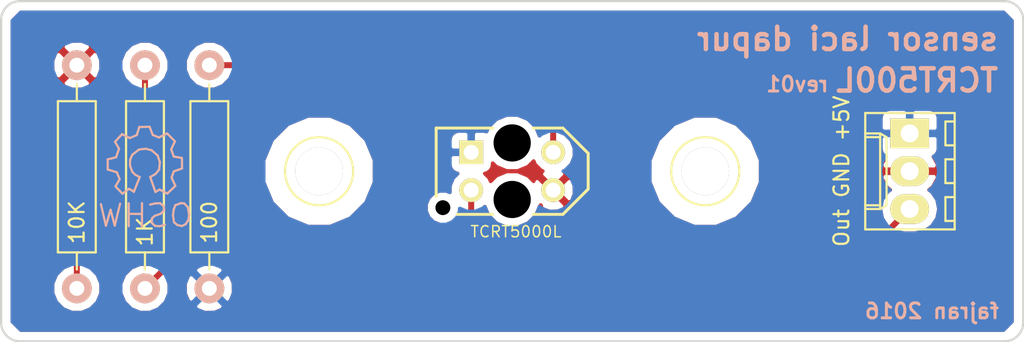
<source format=kicad_pcb>
(kicad_pcb (version 4) (host pcbnew 4.0.2+e4-6225~38~ubuntu15.04.1-stable)

  (general
    (links 8)
    (no_connects 0)
    (area 113.973786 84.354999 188.695001 109.295001)
    (thickness 1.6)
    (drawings 21)
    (tracks 15)
    (zones 0)
    (modules 8)
    (nets 6)
  )

  (page A4)
  (layers
    (0 F.Cu signal)
    (31 B.Cu signal)
    (32 B.Adhes user)
    (33 F.Adhes user)
    (34 B.Paste user)
    (35 F.Paste user)
    (36 B.SilkS user)
    (37 F.SilkS user)
    (38 B.Mask user)
    (39 F.Mask user)
    (40 Dwgs.User user)
    (41 Cmts.User user)
    (42 Eco1.User user hide)
    (43 Eco2.User user)
    (44 Edge.Cuts user)
    (45 Margin user)
    (46 B.CrtYd user)
    (47 F.CrtYd user)
    (48 B.Fab user)
    (49 F.Fab user)
  )

  (setup
    (last_trace_width 0.4)
    (trace_clearance 0.3)
    (zone_clearance 0.508)
    (zone_45_only no)
    (trace_min 0.2)
    (segment_width 0.2)
    (edge_width 0.15)
    (via_size 0.6)
    (via_drill 0.4)
    (via_min_size 0.4)
    (via_min_drill 0.3)
    (uvia_size 0.3)
    (uvia_drill 0.1)
    (uvias_allowed no)
    (uvia_min_size 0.2)
    (uvia_min_drill 0.1)
    (pcb_text_width 0.3)
    (pcb_text_size 1.5 1.5)
    (mod_edge_width 0.15)
    (mod_text_size 1 1)
    (mod_text_width 0.15)
    (pad_size 3.2 3.2)
    (pad_drill 3.2)
    (pad_to_mask_clearance 0.2)
    (aux_axis_origin 151.13 97.79)
    (visible_elements FFFFFF7F)
    (pcbplotparams
      (layerselection 0x010f0_80000001)
      (usegerberextensions false)
      (excludeedgelayer true)
      (linewidth 0.100000)
      (plotframeref false)
      (viasonmask false)
      (mode 1)
      (useauxorigin false)
      (hpglpennumber 1)
      (hpglpenspeed 20)
      (hpglpendiameter 15)
      (hpglpenoverlay 2)
      (psnegative false)
      (psa4output false)
      (plotreference true)
      (plotvalue true)
      (plotinvisibletext false)
      (padsonsilk false)
      (subtractmaskfromsilk false)
      (outputformat 1)
      (mirror false)
      (drillshape 0)
      (scaleselection 1)
      (outputdirectory ../gerber/))
  )

  (net 0 "")
  (net 1 "Net-(R1-Pad1)")
  (net 2 "Net-(R3-Pad2)")
  (net 3 /+5V)
  (net 4 /GND)
  (net 5 /Out)

  (net_class Default "This is the default net class."
    (clearance 0.3)
    (trace_width 0.4)
    (via_dia 0.6)
    (via_drill 0.4)
    (uvia_dia 0.3)
    (uvia_drill 0.1)
    (add_net /+5V)
    (add_net /GND)
    (add_net "Net-(R1-Pad1)")
    (add_net "Net-(R3-Pad2)")
  )

  (net_class Signal ""
    (clearance 0.3)
    (trace_width 0.4)
    (via_dia 0.6)
    (via_drill 0.4)
    (uvia_dia 0.3)
    (uvia_drill 0.1)
    (add_net /Out)
  )

  (module Resistors_ThroughHole:Resistor_Horizontal_RM15mm (layer F.Cu) (tedit 579D676B) (tstamp 579D5DF1)
    (at 126.492 105.664 90)
    (descr "Resistor, Axial, RM 15mm,")
    (tags "Resistor Axial RM 15mm")
    (path /57893C83)
    (fp_text reference R2 (at 10.795 0 90) (layer F.SilkS) hide
      (effects (font (size 1 1) (thickness 0.15)))
    )
    (fp_text value 1K (at 3.81 0 90) (layer F.SilkS)
      (effects (font (size 1 1) (thickness 0.15)))
    )
    (fp_line (start -1.25 1.5) (end -1.25 -1.5) (layer F.CrtYd) (width 0.05))
    (fp_line (start -1.25 -1.5) (end 16.25 -1.5) (layer F.CrtYd) (width 0.05))
    (fp_line (start 16.25 -1.5) (end 16.25 1.5) (layer F.CrtYd) (width 0.05))
    (fp_line (start 16.25 1.5) (end -1.25 1.5) (layer F.CrtYd) (width 0.05))
    (fp_line (start 2.42 -1.27) (end 2.42 1.27) (layer F.SilkS) (width 0.15))
    (fp_line (start 2.42 1.27) (end 12.58 1.27) (layer F.SilkS) (width 0.15))
    (fp_line (start 12.58 1.27) (end 12.58 -1.27) (layer F.SilkS) (width 0.15))
    (fp_line (start 12.58 -1.27) (end 2.42 -1.27) (layer F.SilkS) (width 0.15))
    (fp_line (start 13.73 0) (end 12.58 0) (layer F.SilkS) (width 0.15))
    (fp_line (start 1.27 0) (end 2.42 0) (layer F.SilkS) (width 0.15))
    (pad 1 thru_hole circle (at 0 0 90) (size 1.99898 1.99898) (drill 1.00076) (layers *.Cu *.SilkS *.Mask)
      (net 5 /Out))
    (pad 2 thru_hole circle (at 15 0 90) (size 1.99898 1.99898) (drill 1.00076) (layers *.Cu *.SilkS *.Mask)
      (net 1 "Net-(R1-Pad1)"))
    (model Resistors_ThroughHole.3dshapes/Resistor_Horizontal_RM15mm.wrl
      (at (xyz 0.295 0 0))
      (scale (xyz 0.395 0.4 0.4))
      (rotate (xyz 0 0 0))
    )
  )

  (module Connectors_Molex:Molex_KK-6410-03_03x2.54mm_Straight (layer F.Cu) (tedit 579D6734) (tstamp 579D5DD1)
    (at 177.8 95.25 270)
    (descr "Connector Headers with Friction Lock, 22-27-2031, http://www.molex.com/pdm_docs/sd/022272021_sd.pdf")
    (tags "connector molex kk_6410 22-27-2031")
    (path /57893FCB)
    (fp_text reference Port1 (at 1 -4.5 270) (layer F.SilkS) hide
      (effects (font (size 1 1) (thickness 0.15)))
    )
    (fp_text value 1_Out (at 2.54 4.5 270) (layer F.Fab) hide
      (effects (font (size 1 1) (thickness 0.15)))
    )
    (fp_line (start -1.37 -3.02) (end -1.37 2.98) (layer F.SilkS) (width 0.15))
    (fp_line (start -1.37 2.98) (end 6.45 2.98) (layer F.SilkS) (width 0.15))
    (fp_line (start 6.45 2.98) (end 6.45 -3.02) (layer F.SilkS) (width 0.15))
    (fp_line (start 6.45 -3.02) (end -1.37 -3.02) (layer F.SilkS) (width 0.15))
    (fp_line (start 0 2.98) (end 0 1.98) (layer F.SilkS) (width 0.15))
    (fp_line (start 0 1.98) (end 5.08 1.98) (layer F.SilkS) (width 0.15))
    (fp_line (start 5.08 1.98) (end 5.08 2.98) (layer F.SilkS) (width 0.15))
    (fp_line (start 0 1.98) (end 0.25 1.55) (layer F.SilkS) (width 0.15))
    (fp_line (start 0.25 1.55) (end 4.83 1.55) (layer F.SilkS) (width 0.15))
    (fp_line (start 4.83 1.55) (end 5.08 1.98) (layer F.SilkS) (width 0.15))
    (fp_line (start 0.25 2.98) (end 0.25 1.98) (layer F.SilkS) (width 0.15))
    (fp_line (start 4.83 2.98) (end 4.83 1.98) (layer F.SilkS) (width 0.15))
    (fp_line (start -0.8 -3.02) (end -0.8 -2.4) (layer F.SilkS) (width 0.15))
    (fp_line (start -0.8 -2.4) (end 0.8 -2.4) (layer F.SilkS) (width 0.15))
    (fp_line (start 0.8 -2.4) (end 0.8 -3.02) (layer F.SilkS) (width 0.15))
    (fp_line (start 1.74 -3.02) (end 1.74 -2.4) (layer F.SilkS) (width 0.15))
    (fp_line (start 1.74 -2.4) (end 3.34 -2.4) (layer F.SilkS) (width 0.15))
    (fp_line (start 3.34 -2.4) (end 3.34 -3.02) (layer F.SilkS) (width 0.15))
    (fp_line (start 4.28 -3.02) (end 4.28 -2.4) (layer F.SilkS) (width 0.15))
    (fp_line (start 4.28 -2.4) (end 5.88 -2.4) (layer F.SilkS) (width 0.15))
    (fp_line (start 5.88 -2.4) (end 5.88 -3.02) (layer F.SilkS) (width 0.15))
    (fp_line (start -1.9 3.5) (end -1.9 -3.55) (layer F.CrtYd) (width 0.05))
    (fp_line (start -1.9 -3.55) (end 7 -3.55) (layer F.CrtYd) (width 0.05))
    (fp_line (start 7 -3.55) (end 7 3.5) (layer F.CrtYd) (width 0.05))
    (fp_line (start 7 3.5) (end -1.9 3.5) (layer F.CrtYd) (width 0.05))
    (pad 1 thru_hole rect (at 0 0 270) (size 2 2.6) (drill 1.2) (layers *.Cu *.Mask F.SilkS)
      (net 3 /+5V))
    (pad 2 thru_hole oval (at 2.54 0 270) (size 2 2.6) (drill 1.2) (layers *.Cu *.Mask F.SilkS)
      (net 4 /GND))
    (pad 3 thru_hole oval (at 5.08 0 270) (size 2 2.6) (drill 1.2) (layers *.Cu *.Mask F.SilkS)
      (net 5 /Out))
  )

  (module Resistors_ThroughHole:Resistor_Horizontal_RM15mm (layer F.Cu) (tedit 579D6766) (tstamp 579D5DE1)
    (at 121.92 105.664 90)
    (descr "Resistor, Axial, RM 15mm,")
    (tags "Resistor Axial RM 15mm")
    (path /57893D2E)
    (fp_text reference R1 (at 10.795 0 90) (layer F.SilkS) hide
      (effects (font (size 1 1) (thickness 0.15)))
    )
    (fp_text value 10K (at 4.445 0 90) (layer F.SilkS)
      (effects (font (size 1 1) (thickness 0.15)))
    )
    (fp_line (start -1.25 1.5) (end -1.25 -1.5) (layer F.CrtYd) (width 0.05))
    (fp_line (start -1.25 -1.5) (end 16.25 -1.5) (layer F.CrtYd) (width 0.05))
    (fp_line (start 16.25 -1.5) (end 16.25 1.5) (layer F.CrtYd) (width 0.05))
    (fp_line (start 16.25 1.5) (end -1.25 1.5) (layer F.CrtYd) (width 0.05))
    (fp_line (start 2.42 -1.27) (end 2.42 1.27) (layer F.SilkS) (width 0.15))
    (fp_line (start 2.42 1.27) (end 12.58 1.27) (layer F.SilkS) (width 0.15))
    (fp_line (start 12.58 1.27) (end 12.58 -1.27) (layer F.SilkS) (width 0.15))
    (fp_line (start 12.58 -1.27) (end 2.42 -1.27) (layer F.SilkS) (width 0.15))
    (fp_line (start 13.73 0) (end 12.58 0) (layer F.SilkS) (width 0.15))
    (fp_line (start 1.27 0) (end 2.42 0) (layer F.SilkS) (width 0.15))
    (pad 1 thru_hole circle (at 0 0 90) (size 1.99898 1.99898) (drill 1.00076) (layers *.Cu *.SilkS *.Mask)
      (net 1 "Net-(R1-Pad1)"))
    (pad 2 thru_hole circle (at 15 0 90) (size 1.99898 1.99898) (drill 1.00076) (layers *.Cu *.SilkS *.Mask)
      (net 4 /GND))
    (model Resistors_ThroughHole.3dshapes/Resistor_Horizontal_RM15mm.wrl
      (at (xyz 0.295 0 0))
      (scale (xyz 0.395 0.4 0.4))
      (rotate (xyz 0 0 0))
    )
  )

  (module Resistors_ThroughHole:Resistor_Horizontal_RM15mm (layer F.Cu) (tedit 579D6770) (tstamp 579D5E01)
    (at 130.81 105.664 90)
    (descr "Resistor, Axial, RM 15mm,")
    (tags "Resistor Axial RM 15mm")
    (path /57893D49)
    (fp_text reference R3 (at 10.795 0 90) (layer F.SilkS) hide
      (effects (font (size 1 1) (thickness 0.15)))
    )
    (fp_text value 100 (at 4.445 0 90) (layer F.SilkS)
      (effects (font (size 1 1) (thickness 0.15)))
    )
    (fp_line (start -1.25 1.5) (end -1.25 -1.5) (layer F.CrtYd) (width 0.05))
    (fp_line (start -1.25 -1.5) (end 16.25 -1.5) (layer F.CrtYd) (width 0.05))
    (fp_line (start 16.25 -1.5) (end 16.25 1.5) (layer F.CrtYd) (width 0.05))
    (fp_line (start 16.25 1.5) (end -1.25 1.5) (layer F.CrtYd) (width 0.05))
    (fp_line (start 2.42 -1.27) (end 2.42 1.27) (layer F.SilkS) (width 0.15))
    (fp_line (start 2.42 1.27) (end 12.58 1.27) (layer F.SilkS) (width 0.15))
    (fp_line (start 12.58 1.27) (end 12.58 -1.27) (layer F.SilkS) (width 0.15))
    (fp_line (start 12.58 -1.27) (end 2.42 -1.27) (layer F.SilkS) (width 0.15))
    (fp_line (start 13.73 0) (end 12.58 0) (layer F.SilkS) (width 0.15))
    (fp_line (start 1.27 0) (end 2.42 0) (layer F.SilkS) (width 0.15))
    (pad 1 thru_hole circle (at 0 0 90) (size 1.99898 1.99898) (drill 1.00076) (layers *.Cu *.SilkS *.Mask)
      (net 3 /+5V))
    (pad 2 thru_hole circle (at 15 0 90) (size 1.99898 1.99898) (drill 1.00076) (layers *.Cu *.SilkS *.Mask)
      (net 2 "Net-(R3-Pad2)"))
    (model Resistors_ThroughHole.3dshapes/Resistor_Horizontal_RM15mm.wrl
      (at (xyz 0.295 0 0))
      (scale (xyz 0.395 0.4 0.4))
      (rotate (xyz 0 0 0))
    )
  )

  (module TCRT5000L:XDCR_TCRT5000L (layer F.Cu) (tedit 579D67D7) (tstamp 579D5E18)
    (at 151.13 97.79)
    (path /57893C3C)
    (solder_mask_margin 0.1)
    (fp_text reference Sensor1 (at -2.56 -3.935) (layer F.SilkS) hide
      (effects (font (size 1 1) (thickness 0.05)))
    )
    (fp_text value TCRT5000L (at 0.254 4.064) (layer F.SilkS)
      (effects (font (size 0.75 0.75) (thickness 0.1)))
    )
    (fp_line (start -5.1 -2.9) (end -1.3 -2.9) (layer F.SilkS) (width 0.2))
    (fp_line (start 1.4 -2.9) (end 3.4 -2.9) (layer F.SilkS) (width 0.2))
    (fp_line (start 3.4 2.9) (end 1.4 2.9) (layer F.SilkS) (width 0.2))
    (fp_line (start -1.3 2.9) (end -3.7 2.9) (layer F.SilkS) (width 0.2))
    (fp_line (start -5.1 1.7) (end -5.1 -2.9) (layer F.SilkS) (width 0.2))
    (fp_line (start 3.4 -2.9) (end 5.1 -1.2) (layer F.SilkS) (width 0.2))
    (fp_line (start 5.1 -1.2) (end 5.1 1.2) (layer F.SilkS) (width 0.2))
    (fp_line (start 5.1 1.2) (end 3.4 2.9) (layer F.SilkS) (width 0.2))
    (fp_line (start -5.35 -3.15) (end 5.35 -3.15) (layer Dwgs.User) (width 0.05))
    (fp_line (start 5.35 -3.15) (end 5.35 3.15) (layer Dwgs.User) (width 0.05))
    (fp_line (start 5.35 3.15) (end -5.35 3.15) (layer Dwgs.User) (width 0.05))
    (fp_line (start -5.35 3.15) (end -5.35 -3.15) (layer Dwgs.User) (width 0.05))
    (pad 1 thru_hole rect (at -2.75 -1.27) (size 1.6 1.6) (drill 1) (layers *.Cu *.Mask F.SilkS)
      (net 3 /+5V) (solder_mask_margin 0.2))
    (pad 2 thru_hole circle (at -2.75 1.27) (size 1.6 1.6) (drill 1) (layers *.Cu *.Mask F.SilkS)
      (net 1 "Net-(R1-Pad1)") (solder_mask_margin 0.2))
    (pad 3 thru_hole circle (at 2.75 1.27) (size 1.6 1.6) (drill 1) (layers *.Cu *.Mask F.SilkS)
      (net 4 /GND) (solder_mask_margin 0.2))
    (pad 4 thru_hole circle (at 2.75 -1.27) (size 1.6 1.6) (drill 1) (layers *.Cu *.Mask F.SilkS)
      (net 2 "Net-(R3-Pad2)") (solder_mask_margin 0.2))
    (pad Hole np_thru_hole circle (at 0 -1.9) (size 2.5 2.5) (drill 2.5) (layers))
    (pad Hole np_thru_hole circle (at 0 1.9) (size 2.5 2.5) (drill 2.5) (layers))
    (pad Hole np_thru_hole circle (at -4.65 2.45) (size 1 1) (drill 1) (layers))
  )

  (module Connect:1pin (layer F.Cu) (tedit 579D6517) (tstamp 579D639E)
    (at 138.176 97.79)
    (descr "module 1 pin (ou trou mecanique de percage)")
    (tags DEV)
    (fp_text reference M (at 0 -3.048) (layer F.SilkS) hide
      (effects (font (size 1 1) (thickness 0.15)))
    )
    (fp_text value 1pin (at 0 2.794) (layer F.Fab) hide
      (effects (font (size 1 1) (thickness 0.15)))
    )
    (fp_circle (center 0 0) (end 0 -2.286) (layer F.SilkS) (width 0.15))
    (pad 1 thru_hole circle (at 0 0) (size 3.2 3.2) (drill 3.2) (layers *.Cu *.Mask F.SilkS)
      (clearance 2))
  )

  (module Connect:1pin (layer F.Cu) (tedit 579D661F) (tstamp 579D660D)
    (at 164.084 97.79)
    (descr "module 1 pin (ou trou mecanique de percage)")
    (tags DEV)
    (fp_text reference REF** (at 0 -3.048) (layer F.SilkS) hide
      (effects (font (size 1 1) (thickness 0.15)))
    )
    (fp_text value 1pin (at 0 2.794) (layer F.Fab) hide
      (effects (font (size 1 1) (thickness 0.15)))
    )
    (fp_circle (center 0 0) (end 0 -2.286) (layer F.SilkS) (width 0.15))
    (pad 1 thru_hole circle (at 0 0) (size 3.2 3.2) (drill 3.2) (layers *.Cu *.Mask F.SilkS)
      (clearance 2))
  )

  (module Symbols:Symbol_OSHW-Logo_SilkScreen (layer B.Cu) (tedit 579D68FD) (tstamp 579D68FC)
    (at 126.492 97.282 180)
    (descr "Symbol, OSHW-Logo, Silk Screen,")
    (tags "Symbol, OSHW-Logo, Silk Screen,")
    (fp_text reference REF** (at 0.09906 4.38912 180) (layer B.SilkS) hide
      (effects (font (size 1 1) (thickness 0.15)) (justify mirror))
    )
    (fp_text value Symbol_OSHW-Logo_SilkScreen (at 0.30988 -6.56082 180) (layer B.Fab) hide
      (effects (font (size 1 1) (thickness 0.15)) (justify mirror))
    )
    (fp_line (start 1.66878 -2.68986) (end 2.02946 -4.16052) (layer B.SilkS) (width 0.15))
    (fp_line (start 2.02946 -4.16052) (end 2.30886 -3.0988) (layer B.SilkS) (width 0.15))
    (fp_line (start 2.30886 -3.0988) (end 2.61874 -4.17068) (layer B.SilkS) (width 0.15))
    (fp_line (start 2.61874 -4.17068) (end 2.9591 -2.72034) (layer B.SilkS) (width 0.15))
    (fp_line (start 0.24892 -3.38074) (end 1.03886 -3.37058) (layer B.SilkS) (width 0.15))
    (fp_line (start 1.03886 -3.37058) (end 1.04902 -3.38074) (layer B.SilkS) (width 0.15))
    (fp_line (start 1.04902 -3.38074) (end 1.04902 -3.37058) (layer B.SilkS) (width 0.15))
    (fp_line (start 1.08966 -2.65938) (end 1.08966 -4.20116) (layer B.SilkS) (width 0.15))
    (fp_line (start 0.20066 -2.64922) (end 0.20066 -4.21894) (layer B.SilkS) (width 0.15))
    (fp_line (start 0.20066 -4.21894) (end 0.21082 -4.20878) (layer B.SilkS) (width 0.15))
    (fp_line (start -0.35052 -2.75082) (end -0.70104 -2.66954) (layer B.SilkS) (width 0.15))
    (fp_line (start -0.70104 -2.66954) (end -1.02108 -2.65938) (layer B.SilkS) (width 0.15))
    (fp_line (start -1.02108 -2.65938) (end -1.25984 -2.86004) (layer B.SilkS) (width 0.15))
    (fp_line (start -1.25984 -2.86004) (end -1.29032 -3.12928) (layer B.SilkS) (width 0.15))
    (fp_line (start -1.29032 -3.12928) (end -1.04902 -3.37058) (layer B.SilkS) (width 0.15))
    (fp_line (start -1.04902 -3.37058) (end -0.6604 -3.50012) (layer B.SilkS) (width 0.15))
    (fp_line (start -0.6604 -3.50012) (end -0.48006 -3.66014) (layer B.SilkS) (width 0.15))
    (fp_line (start -0.48006 -3.66014) (end -0.43942 -3.95986) (layer B.SilkS) (width 0.15))
    (fp_line (start -0.43942 -3.95986) (end -0.67056 -4.18084) (layer B.SilkS) (width 0.15))
    (fp_line (start -0.67056 -4.18084) (end -0.9906 -4.20878) (layer B.SilkS) (width 0.15))
    (fp_line (start -0.9906 -4.20878) (end -1.34112 -4.09956) (layer B.SilkS) (width 0.15))
    (fp_line (start -2.37998 -2.64922) (end -2.6289 -2.66954) (layer B.SilkS) (width 0.15))
    (fp_line (start -2.6289 -2.66954) (end -2.8702 -2.91084) (layer B.SilkS) (width 0.15))
    (fp_line (start -2.8702 -2.91084) (end -2.9591 -3.40106) (layer B.SilkS) (width 0.15))
    (fp_line (start -2.9591 -3.40106) (end -2.93116 -3.74904) (layer B.SilkS) (width 0.15))
    (fp_line (start -2.93116 -3.74904) (end -2.7305 -4.06908) (layer B.SilkS) (width 0.15))
    (fp_line (start -2.7305 -4.06908) (end -2.47904 -4.191) (layer B.SilkS) (width 0.15))
    (fp_line (start -2.47904 -4.191) (end -2.16916 -4.11988) (layer B.SilkS) (width 0.15))
    (fp_line (start -2.16916 -4.11988) (end -1.95072 -3.93954) (layer B.SilkS) (width 0.15))
    (fp_line (start -1.95072 -3.93954) (end -1.8796 -3.4798) (layer B.SilkS) (width 0.15))
    (fp_line (start -1.8796 -3.4798) (end -1.9304 -3.07086) (layer B.SilkS) (width 0.15))
    (fp_line (start -1.9304 -3.07086) (end -2.03962 -2.78892) (layer B.SilkS) (width 0.15))
    (fp_line (start -2.03962 -2.78892) (end -2.4003 -2.65938) (layer B.SilkS) (width 0.15))
    (fp_line (start -1.78054 -0.92964) (end -2.03962 -1.49098) (layer B.SilkS) (width 0.15))
    (fp_line (start -2.03962 -1.49098) (end -1.50114 -2.00914) (layer B.SilkS) (width 0.15))
    (fp_line (start -1.50114 -2.00914) (end -0.98044 -1.7399) (layer B.SilkS) (width 0.15))
    (fp_line (start -0.98044 -1.7399) (end -0.70104 -1.89992) (layer B.SilkS) (width 0.15))
    (fp_line (start 0.73914 -1.8796) (end 1.06934 -1.6891) (layer B.SilkS) (width 0.15))
    (fp_line (start 1.06934 -1.6891) (end 1.50876 -2.0193) (layer B.SilkS) (width 0.15))
    (fp_line (start 1.50876 -2.0193) (end 1.9812 -1.52908) (layer B.SilkS) (width 0.15))
    (fp_line (start 1.9812 -1.52908) (end 1.69926 -1.04902) (layer B.SilkS) (width 0.15))
    (fp_line (start 1.69926 -1.04902) (end 1.88976 -0.57912) (layer B.SilkS) (width 0.15))
    (fp_line (start 1.88976 -0.57912) (end 2.49936 -0.39116) (layer B.SilkS) (width 0.15))
    (fp_line (start 2.49936 -0.39116) (end 2.49936 0.28956) (layer B.SilkS) (width 0.15))
    (fp_line (start 2.49936 0.28956) (end 1.94056 0.42926) (layer B.SilkS) (width 0.15))
    (fp_line (start 1.94056 0.42926) (end 1.7399 1.00076) (layer B.SilkS) (width 0.15))
    (fp_line (start 1.7399 1.00076) (end 2.00914 1.47066) (layer B.SilkS) (width 0.15))
    (fp_line (start 2.00914 1.47066) (end 1.53924 1.9812) (layer B.SilkS) (width 0.15))
    (fp_line (start 1.53924 1.9812) (end 1.02108 1.71958) (layer B.SilkS) (width 0.15))
    (fp_line (start 1.02108 1.71958) (end 0.55118 1.92024) (layer B.SilkS) (width 0.15))
    (fp_line (start 0.55118 1.92024) (end 0.381 2.46126) (layer B.SilkS) (width 0.15))
    (fp_line (start 0.381 2.46126) (end -0.30988 2.47904) (layer B.SilkS) (width 0.15))
    (fp_line (start -0.30988 2.47904) (end -0.5207 1.9304) (layer B.SilkS) (width 0.15))
    (fp_line (start -0.5207 1.9304) (end -0.9398 1.76022) (layer B.SilkS) (width 0.15))
    (fp_line (start -0.9398 1.76022) (end -1.49098 2.02946) (layer B.SilkS) (width 0.15))
    (fp_line (start -1.49098 2.02946) (end -2.00914 1.50114) (layer B.SilkS) (width 0.15))
    (fp_line (start -2.00914 1.50114) (end -1.76022 0.96012) (layer B.SilkS) (width 0.15))
    (fp_line (start -1.76022 0.96012) (end -1.9304 0.48006) (layer B.SilkS) (width 0.15))
    (fp_line (start -1.9304 0.48006) (end -2.47904 0.381) (layer B.SilkS) (width 0.15))
    (fp_line (start -2.47904 0.381) (end -2.4892 -0.32004) (layer B.SilkS) (width 0.15))
    (fp_line (start -2.4892 -0.32004) (end -1.9304 -0.5207) (layer B.SilkS) (width 0.15))
    (fp_line (start -1.9304 -0.5207) (end -1.7907 -0.91948) (layer B.SilkS) (width 0.15))
    (fp_line (start 0.35052 -0.89916) (end 0.65024 -0.7493) (layer B.SilkS) (width 0.15))
    (fp_line (start 0.65024 -0.7493) (end 0.8509 -0.55118) (layer B.SilkS) (width 0.15))
    (fp_line (start 0.8509 -0.55118) (end 1.00076 -0.14986) (layer B.SilkS) (width 0.15))
    (fp_line (start 1.00076 -0.14986) (end 1.00076 0.24892) (layer B.SilkS) (width 0.15))
    (fp_line (start 1.00076 0.24892) (end 0.8509 0.59944) (layer B.SilkS) (width 0.15))
    (fp_line (start 0.8509 0.59944) (end 0.39878 0.94996) (layer B.SilkS) (width 0.15))
    (fp_line (start 0.39878 0.94996) (end -0.0508 1.00076) (layer B.SilkS) (width 0.15))
    (fp_line (start -0.0508 1.00076) (end -0.44958 0.89916) (layer B.SilkS) (width 0.15))
    (fp_line (start -0.44958 0.89916) (end -0.8509 0.55118) (layer B.SilkS) (width 0.15))
    (fp_line (start -0.8509 0.55118) (end -1.00076 0.09906) (layer B.SilkS) (width 0.15))
    (fp_line (start -1.00076 0.09906) (end -0.94996 -0.39878) (layer B.SilkS) (width 0.15))
    (fp_line (start -0.94996 -0.39878) (end -0.70104 -0.70104) (layer B.SilkS) (width 0.15))
    (fp_line (start -0.70104 -0.70104) (end -0.35052 -0.89916) (layer B.SilkS) (width 0.15))
    (fp_line (start -0.35052 -0.89916) (end -0.70104 -1.89992) (layer B.SilkS) (width 0.15))
    (fp_line (start 0.35052 -0.89916) (end 0.7493 -1.89992) (layer B.SilkS) (width 0.15))
  )

  (gr_text TCRT500L (at 183.896 91.694) (layer B.SilkS)
    (effects (font (size 1.5 1.5) (thickness 0.3)) (justify left mirror))
  )
  (gr_text rev01 (at 172.466 91.948) (layer B.SilkS)
    (effects (font (size 1 1) (thickness 0.2)) (justify left mirror))
  )
  (gr_text "sensor laci dapur" (at 183.896 88.9) (layer B.SilkS)
    (effects (font (size 1.5 1.5) (thickness 0.3)) (justify left mirror))
  )
  (gr_text "fajran 2016" (at 183.896 107.188) (layer B.SilkS)
    (effects (font (size 1 1) (thickness 0.2)) (justify left mirror))
  )
  (gr_text "Out GND +5V" (at 173.228 97.79 90) (layer F.SilkS)
    (effects (font (size 1 1) (thickness 0.15)))
  )
  (gr_line (start 118.364 88.9) (end 138.176 88.9) (angle 90) (layer Eco1.User) (width 0.2))
  (gr_line (start 183.896 88.9) (end 164.084 88.9) (angle 90) (layer Eco1.User) (width 0.2))
  (gr_line (start 114.935 97.79) (end 188.595 97.79) (angle 90) (layer Eco1.User) (width 0.2))
  (gr_line (start 115.57 86.995) (end 115.57 96.52) (angle 90) (layer Eco1.User) (width 0.2))
  (gr_line (start 151.13 84.455) (end 151.13 92.71) (angle 90) (layer Eco1.User) (width 0.2))
  (gr_line (start 115.57 99.06) (end 115.57 108.585) (angle 90) (layer Eco1.User) (width 0.2))
  (gr_line (start 151.765 85.09) (end 184.785 85.09) (angle 90) (layer Eco1.User) (width 0.2))
  (gr_line (start 150.495 85.09) (end 117.475 85.09) (angle 90) (layer Eco1.User) (width 0.2))
  (gr_arc (start 184.15 87.63) (end 184.15 86.36) (angle 90) (layer Edge.Cuts) (width 0.15))
  (gr_arc (start 184.15 107.95) (end 185.42 107.95) (angle 90) (layer Edge.Cuts) (width 0.15))
  (gr_arc (start 118.11 107.95) (end 118.11 109.22) (angle 90) (layer Edge.Cuts) (width 0.15))
  (gr_arc (start 118.11 87.63) (end 116.84 87.63) (angle 90) (layer Edge.Cuts) (width 0.15))
  (gr_line (start 184.15 86.36) (end 118.11 86.36) (angle 90) (layer Edge.Cuts) (width 0.15))
  (gr_line (start 185.42 107.95) (end 185.42 87.63) (angle 90) (layer Edge.Cuts) (width 0.15))
  (gr_line (start 118.11 109.22) (end 184.15 109.22) (angle 90) (layer Edge.Cuts) (width 0.15))
  (gr_line (start 116.84 87.63) (end 116.84 107.95) (angle 90) (layer Edge.Cuts) (width 0.15))

  (segment (start 121.92 105.664) (end 121.92 103.886) (width 0.4) (layer F.Cu) (net 1))
  (segment (start 121.92 103.886) (end 126.492 99.314) (width 0.4) (layer F.Cu) (net 1) (tstamp 579D66D5))
  (segment (start 126.492 90.664) (end 126.492 99.314) (width 0.4) (layer F.Cu) (net 1))
  (segment (start 148.38 100.794) (end 148.38 99.06) (width 0.4) (layer F.Cu) (net 1) (tstamp 579D66D2))
  (segment (start 146.812 102.362) (end 148.38 100.794) (width 0.4) (layer F.Cu) (net 1) (tstamp 579D66D1))
  (segment (start 129.54 102.362) (end 146.812 102.362) (width 0.4) (layer F.Cu) (net 1) (tstamp 579D66CC))
  (segment (start 126.492 99.314) (end 129.54 102.362) (width 0.4) (layer F.Cu) (net 1) (tstamp 579D66C5))
  (segment (start 130.81 90.664) (end 151.116 90.664) (width 0.4) (layer F.Cu) (net 2))
  (segment (start 153.88 93.428) (end 153.88 96.52) (width 0.4) (layer F.Cu) (net 2) (tstamp 579D66C1))
  (segment (start 151.116 90.664) (end 153.88 93.428) (width 0.4) (layer F.Cu) (net 2) (tstamp 579D66BC))
  (segment (start 130.81 90.664) (end 130.81 90.678) (width 0.4) (layer F.Cu) (net 2))
  (segment (start 126.492 105.664) (end 128.778 103.378) (width 0.4) (layer F.Cu) (net 5))
  (segment (start 174.752 103.378) (end 177.8 100.33) (width 0.4) (layer F.Cu) (net 5) (tstamp 579D667E))
  (segment (start 128.778 103.378) (end 174.752 103.378) (width 0.4) (layer F.Cu) (net 5) (tstamp 579D6678))
  (segment (start 126.365 105.17) (end 126.365 104.775) (width 0.25) (layer F.Cu) (net 5))

  (zone (net 4) (net_name /GND) (layer F.Cu) (tstamp 579D60B6) (hatch edge 0.508)
    (connect_pads (clearance 0.508))
    (min_thickness 0.254)
    (fill yes (arc_segments 16) (thermal_gap 0.508) (thermal_bridge_width 0.508))
    (polygon
      (pts
        (xy 118.11 86.995) (xy 117.475 87.63) (xy 117.475 107.95) (xy 118.11 108.585) (xy 184.15 108.585)
        (xy 184.785 107.95) (xy 184.785 87.63) (xy 184.15 86.995)
      )
    )
    (filled_polygon
      (pts
        (xy 184.658 87.682606) (xy 184.658 107.897394) (xy 184.097394 108.458) (xy 118.162606 108.458) (xy 117.602 107.897394)
        (xy 117.602 105.987694) (xy 120.285226 105.987694) (xy 120.533538 106.588655) (xy 120.992927 107.048846) (xy 121.593453 107.298206)
        (xy 122.243694 107.298774) (xy 122.844655 107.050462) (xy 123.304846 106.591073) (xy 123.554206 105.990547) (xy 123.554774 105.340306)
        (xy 123.306462 104.739345) (xy 122.847073 104.279154) (xy 122.755 104.240922) (xy 122.755 104.231868) (xy 126.492 100.494868)
        (xy 128.579597 102.582465) (xy 128.458459 102.606561) (xy 128.346244 102.681541) (xy 128.187566 102.787566) (xy 126.908137 104.066995)
        (xy 126.818547 104.029794) (xy 126.437701 104.029461) (xy 126.365 104.015) (xy 126.292934 104.029335) (xy 126.168306 104.029226)
        (xy 125.567345 104.277538) (xy 125.107154 104.736927) (xy 124.857794 105.337453) (xy 124.857226 105.987694) (xy 125.105538 106.588655)
        (xy 125.564927 107.048846) (xy 126.165453 107.298206) (xy 126.815694 107.298774) (xy 127.416655 107.050462) (xy 127.876846 106.591073)
        (xy 128.126206 105.990547) (xy 128.126774 105.340306) (xy 128.088702 105.248166) (xy 129.123868 104.213) (xy 130.041539 104.213)
        (xy 129.885345 104.277538) (xy 129.425154 104.736927) (xy 129.175794 105.337453) (xy 129.175226 105.987694) (xy 129.423538 106.588655)
        (xy 129.882927 107.048846) (xy 130.483453 107.298206) (xy 131.133694 107.298774) (xy 131.734655 107.050462) (xy 132.194846 106.591073)
        (xy 132.444206 105.990547) (xy 132.444774 105.340306) (xy 132.196462 104.739345) (xy 131.737073 104.279154) (xy 131.577756 104.213)
        (xy 174.752 104.213) (xy 175.071541 104.149439) (xy 175.342434 103.968434) (xy 177.365151 101.945717) (xy 177.462091 101.965)
        (xy 178.137909 101.965) (xy 178.763596 101.840543) (xy 179.294029 101.48612) (xy 179.648452 100.955687) (xy 179.772909 100.33)
        (xy 179.648452 99.704313) (xy 179.294029 99.17388) (xy 179.103812 99.046781) (xy 179.345922 98.856317) (xy 179.659144 98.298355)
        (xy 179.690124 98.170434) (xy 179.570777 97.917) (xy 177.927 97.917) (xy 177.927 97.937) (xy 177.673 97.937)
        (xy 177.673 97.917) (xy 176.029223 97.917) (xy 175.909876 98.170434) (xy 175.940856 98.298355) (xy 176.254078 98.856317)
        (xy 176.496188 99.046781) (xy 176.305971 99.17388) (xy 175.951548 99.704313) (xy 175.827091 100.33) (xy 175.951548 100.955687)
        (xy 175.96833 100.980802) (xy 174.406132 102.543) (xy 147.811868 102.543) (xy 148.970434 101.384434) (xy 148.976869 101.374803)
        (xy 149.151439 101.113541) (xy 149.215 100.794) (xy 149.215 100.254083) (xy 149.291817 100.1774) (xy 149.531043 100.756372)
        (xy 150.060839 101.287093) (xy 150.753405 101.574672) (xy 151.503305 101.575326) (xy 152.196372 101.288957) (xy 152.727093 100.759161)
        (xy 152.987446 100.132162) (xy 153.051861 100.067747) (xy 153.125995 100.313864) (xy 153.663223 100.506965) (xy 154.233454 100.479778)
        (xy 154.634005 100.313864) (xy 154.708139 100.067745) (xy 153.88 99.239605) (xy 153.865858 99.253748) (xy 153.686252 99.074142)
        (xy 153.700395 99.06) (xy 154.059605 99.06) (xy 154.887745 99.888139) (xy 155.133864 99.814005) (xy 155.326965 99.276777)
        (xy 155.299778 98.706546) (xy 155.225861 98.528094) (xy 160.356355 98.528094) (xy 160.922561 99.898418) (xy 161.970068 100.947754)
        (xy 163.339402 101.516351) (xy 164.822094 101.517645) (xy 166.192418 100.951439) (xy 167.241754 99.903932) (xy 167.810351 98.534598)
        (xy 167.811645 97.051906) (xy 167.245439 95.681582) (xy 166.197932 94.632246) (xy 165.277382 94.25) (xy 175.85256 94.25)
        (xy 175.85256 96.25) (xy 175.896838 96.485317) (xy 176.03591 96.701441) (xy 176.20262 96.815349) (xy 175.940856 97.281645)
        (xy 175.909876 97.409566) (xy 176.029223 97.663) (xy 177.673 97.663) (xy 177.673 97.643) (xy 177.927 97.643)
        (xy 177.927 97.663) (xy 179.570777 97.663) (xy 179.690124 97.409566) (xy 179.659144 97.281645) (xy 179.396505 96.813789)
        (xy 179.551441 96.71409) (xy 179.696431 96.50189) (xy 179.74744 96.25) (xy 179.74744 94.25) (xy 179.703162 94.014683)
        (xy 179.56409 93.798559) (xy 179.35189 93.653569) (xy 179.1 93.60256) (xy 176.5 93.60256) (xy 176.264683 93.646838)
        (xy 176.048559 93.78591) (xy 175.903569 93.99811) (xy 175.85256 94.25) (xy 165.277382 94.25) (xy 164.828598 94.063649)
        (xy 163.345906 94.062355) (xy 161.975582 94.628561) (xy 160.926246 95.676068) (xy 160.357649 97.045402) (xy 160.356355 98.528094)
        (xy 155.225861 98.528094) (xy 155.133864 98.305995) (xy 154.887745 98.231861) (xy 154.059605 99.06) (xy 153.700395 99.06)
        (xy 152.872255 98.231861) (xy 152.626136 98.305995) (xy 152.569413 98.463805) (xy 152.199161 98.092907) (xy 151.506595 97.805328)
        (xy 150.756695 97.804674) (xy 150.063628 98.091043) (xy 149.687464 98.466551) (xy 149.597243 98.2482) (xy 149.295312 97.945742)
        (xy 149.415317 97.923162) (xy 149.631441 97.78409) (xy 149.776431 97.57189) (xy 149.82744 97.32) (xy 149.82744 97.253286)
        (xy 150.060839 97.487093) (xy 150.753405 97.774672) (xy 151.503305 97.775326) (xy 152.196372 97.488957) (xy 152.572536 97.113449)
        (xy 152.662757 97.3318) (xy 153.066077 97.735824) (xy 153.180768 97.783448) (xy 153.125995 97.806136) (xy 153.051861 98.052255)
        (xy 153.88 98.880395) (xy 154.708139 98.052255) (xy 154.634005 97.806136) (xy 154.575746 97.785195) (xy 154.6918 97.737243)
        (xy 155.095824 97.333923) (xy 155.31475 96.806691) (xy 155.315248 96.235813) (xy 155.097243 95.7082) (xy 154.715 95.32529)
        (xy 154.715 93.428) (xy 154.651439 93.108459) (xy 154.470434 92.837566) (xy 151.706434 90.073566) (xy 151.435541 89.892561)
        (xy 151.116 89.829) (xy 132.233507 89.829) (xy 132.196462 89.739345) (xy 131.737073 89.279154) (xy 131.136547 89.029794)
        (xy 130.486306 89.029226) (xy 129.885345 89.277538) (xy 129.425154 89.736927) (xy 129.175794 90.337453) (xy 129.175226 90.987694)
        (xy 129.423538 91.588655) (xy 129.882927 92.048846) (xy 130.483453 92.298206) (xy 131.133694 92.298774) (xy 131.734655 92.050462)
        (xy 132.194846 91.591073) (xy 132.233078 91.499) (xy 150.770132 91.499) (xy 153.045 93.773868) (xy 153.045 95.325917)
        (xy 152.968183 95.4026) (xy 152.728957 94.823628) (xy 152.199161 94.292907) (xy 151.506595 94.005328) (xy 150.756695 94.004674)
        (xy 150.063628 94.291043) (xy 149.532907 94.820839) (xy 149.409117 95.118957) (xy 149.18 95.07256) (xy 147.58 95.07256)
        (xy 147.344683 95.116838) (xy 147.128559 95.25591) (xy 146.983569 95.46811) (xy 146.93256 95.72) (xy 146.93256 97.32)
        (xy 146.976838 97.555317) (xy 147.11591 97.771441) (xy 147.32811 97.916431) (xy 147.466354 97.944426) (xy 147.164176 98.246077)
        (xy 146.94525 98.773309) (xy 146.944874 99.204073) (xy 146.706756 99.105197) (xy 146.255225 99.104803) (xy 145.837914 99.277233)
        (xy 145.518355 99.596235) (xy 145.345197 100.013244) (xy 145.344803 100.464775) (xy 145.517233 100.882086) (xy 145.836235 101.201645)
        (xy 146.253244 101.374803) (xy 146.618011 101.375121) (xy 146.466132 101.527) (xy 129.885868 101.527) (xy 127.327 98.968132)
        (xy 127.327 98.528094) (xy 134.448355 98.528094) (xy 135.014561 99.898418) (xy 136.062068 100.947754) (xy 137.431402 101.516351)
        (xy 138.914094 101.517645) (xy 140.284418 100.951439) (xy 141.333754 99.903932) (xy 141.902351 98.534598) (xy 141.903645 97.051906)
        (xy 141.337439 95.681582) (xy 140.289932 94.632246) (xy 138.920598 94.063649) (xy 137.437906 94.062355) (xy 136.067582 94.628561)
        (xy 135.018246 95.676068) (xy 134.449649 97.045402) (xy 134.448355 98.528094) (xy 127.327 98.528094) (xy 127.327 92.087507)
        (xy 127.416655 92.050462) (xy 127.876846 91.591073) (xy 128.126206 90.990547) (xy 128.126774 90.340306) (xy 127.878462 89.739345)
        (xy 127.419073 89.279154) (xy 126.818547 89.029794) (xy 126.168306 89.029226) (xy 125.567345 89.277538) (xy 125.107154 89.736927)
        (xy 124.857794 90.337453) (xy 124.857226 90.987694) (xy 125.105538 91.588655) (xy 125.564927 92.048846) (xy 125.657 92.087078)
        (xy 125.657 98.968132) (xy 121.329566 103.295566) (xy 121.148561 103.566459) (xy 121.085 103.886) (xy 121.085 104.240493)
        (xy 120.995345 104.277538) (xy 120.535154 104.736927) (xy 120.285794 105.337453) (xy 120.285226 105.987694) (xy 117.602 105.987694)
        (xy 117.602 91.816163) (xy 120.947443 91.816163) (xy 121.046042 92.082965) (xy 121.655582 92.309401) (xy 122.305377 92.285341)
        (xy 122.793958 92.082965) (xy 122.892557 91.816163) (xy 121.92 90.843605) (xy 120.947443 91.816163) (xy 117.602 91.816163)
        (xy 117.602 90.399582) (xy 120.274599 90.399582) (xy 120.298659 91.049377) (xy 120.501035 91.537958) (xy 120.767837 91.636557)
        (xy 121.740395 90.664) (xy 122.099605 90.664) (xy 123.072163 91.636557) (xy 123.338965 91.537958) (xy 123.565401 90.928418)
        (xy 123.541341 90.278623) (xy 123.338965 89.790042) (xy 123.072163 89.691443) (xy 122.099605 90.664) (xy 121.740395 90.664)
        (xy 120.767837 89.691443) (xy 120.501035 89.790042) (xy 120.274599 90.399582) (xy 117.602 90.399582) (xy 117.602 89.511837)
        (xy 120.947443 89.511837) (xy 121.92 90.484395) (xy 122.892557 89.511837) (xy 122.793958 89.245035) (xy 122.184418 89.018599)
        (xy 121.534623 89.042659) (xy 121.046042 89.245035) (xy 120.947443 89.511837) (xy 117.602 89.511837) (xy 117.602 87.682606)
        (xy 118.162606 87.122) (xy 184.097394 87.122)
      )
    )
  )
  (zone (net 3) (net_name /+5V) (layer B.Cu) (tstamp 579D60B6) (hatch edge 0.508)
    (connect_pads (clearance 0.508))
    (min_thickness 0.254)
    (fill yes (arc_segments 16) (thermal_gap 0.508) (thermal_bridge_width 0.508))
    (polygon
      (pts
        (xy 118.11 86.995) (xy 117.475 87.63) (xy 117.475 107.95) (xy 118.11 108.585) (xy 184.15 108.585)
        (xy 184.785 107.95) (xy 184.785 87.63) (xy 184.15 86.995)
      )
    )
    (filled_polygon
      (pts
        (xy 184.658 87.682606) (xy 184.658 107.897394) (xy 184.097394 108.458) (xy 118.162606 108.458) (xy 117.602 107.897394)
        (xy 117.602 105.987694) (xy 120.285226 105.987694) (xy 120.533538 106.588655) (xy 120.992927 107.048846) (xy 121.593453 107.298206)
        (xy 122.243694 107.298774) (xy 122.844655 107.050462) (xy 123.304846 106.591073) (xy 123.554206 105.990547) (xy 123.554208 105.987694)
        (xy 124.857226 105.987694) (xy 125.105538 106.588655) (xy 125.564927 107.048846) (xy 126.165453 107.298206) (xy 126.815694 107.298774)
        (xy 127.416655 107.050462) (xy 127.651363 106.816163) (xy 129.837443 106.816163) (xy 129.936042 107.082965) (xy 130.545582 107.309401)
        (xy 131.195377 107.285341) (xy 131.683958 107.082965) (xy 131.782557 106.816163) (xy 130.81 105.843605) (xy 129.837443 106.816163)
        (xy 127.651363 106.816163) (xy 127.876846 106.591073) (xy 128.126206 105.990547) (xy 128.126722 105.399582) (xy 129.164599 105.399582)
        (xy 129.188659 106.049377) (xy 129.391035 106.537958) (xy 129.657837 106.636557) (xy 130.630395 105.664) (xy 130.989605 105.664)
        (xy 131.962163 106.636557) (xy 132.228965 106.537958) (xy 132.455401 105.928418) (xy 132.431341 105.278623) (xy 132.228965 104.790042)
        (xy 131.962163 104.691443) (xy 130.989605 105.664) (xy 130.630395 105.664) (xy 129.657837 104.691443) (xy 129.391035 104.790042)
        (xy 129.164599 105.399582) (xy 128.126722 105.399582) (xy 128.126774 105.340306) (xy 127.878462 104.739345) (xy 127.651351 104.511837)
        (xy 129.837443 104.511837) (xy 130.81 105.484395) (xy 131.782557 104.511837) (xy 131.683958 104.245035) (xy 131.074418 104.018599)
        (xy 130.424623 104.042659) (xy 129.936042 104.245035) (xy 129.837443 104.511837) (xy 127.651351 104.511837) (xy 127.419073 104.279154)
        (xy 126.818547 104.029794) (xy 126.168306 104.029226) (xy 125.567345 104.277538) (xy 125.107154 104.736927) (xy 124.857794 105.337453)
        (xy 124.857226 105.987694) (xy 123.554208 105.987694) (xy 123.554774 105.340306) (xy 123.306462 104.739345) (xy 122.847073 104.279154)
        (xy 122.246547 104.029794) (xy 121.596306 104.029226) (xy 120.995345 104.277538) (xy 120.535154 104.736927) (xy 120.285794 105.337453)
        (xy 120.285226 105.987694) (xy 117.602 105.987694) (xy 117.602 98.528094) (xy 134.448355 98.528094) (xy 135.014561 99.898418)
        (xy 136.062068 100.947754) (xy 137.431402 101.516351) (xy 138.914094 101.517645) (xy 140.284418 100.951439) (xy 140.771931 100.464775)
        (xy 145.344803 100.464775) (xy 145.517233 100.882086) (xy 145.836235 101.201645) (xy 146.253244 101.374803) (xy 146.704775 101.375197)
        (xy 147.122086 101.202767) (xy 147.441645 100.883765) (xy 147.614803 100.466756) (xy 147.614952 100.296119) (xy 148.093309 100.49475)
        (xy 148.664187 100.495248) (xy 149.1918 100.277243) (xy 149.291817 100.1774) (xy 149.531043 100.756372) (xy 150.060839 101.287093)
        (xy 150.753405 101.574672) (xy 151.503305 101.575326) (xy 152.196372 101.288957) (xy 152.727093 100.759161) (xy 152.968416 100.177992)
        (xy 153.066077 100.275824) (xy 153.593309 100.49475) (xy 154.164187 100.495248) (xy 154.6918 100.277243) (xy 155.095824 99.873923)
        (xy 155.31475 99.346691) (xy 155.315248 98.775813) (xy 155.212893 98.528094) (xy 160.356355 98.528094) (xy 160.922561 99.898418)
        (xy 161.970068 100.947754) (xy 163.339402 101.516351) (xy 164.822094 101.517645) (xy 166.192418 100.951439) (xy 167.241754 99.903932)
        (xy 167.810351 98.534598) (xy 167.811 97.79) (xy 175.827091 97.79) (xy 175.951548 98.415687) (xy 176.305971 98.94612)
        (xy 176.476405 99.06) (xy 176.305971 99.17388) (xy 175.951548 99.704313) (xy 175.827091 100.33) (xy 175.951548 100.955687)
        (xy 176.305971 101.48612) (xy 176.836404 101.840543) (xy 177.462091 101.965) (xy 178.137909 101.965) (xy 178.763596 101.840543)
        (xy 179.294029 101.48612) (xy 179.648452 100.955687) (xy 179.772909 100.33) (xy 179.648452 99.704313) (xy 179.294029 99.17388)
        (xy 179.123595 99.06) (xy 179.294029 98.94612) (xy 179.648452 98.415687) (xy 179.772909 97.79) (xy 179.648452 97.164313)
        (xy 179.410769 96.808594) (xy 179.459699 96.788327) (xy 179.638327 96.609698) (xy 179.735 96.376309) (xy 179.735 95.53575)
        (xy 179.57625 95.377) (xy 177.927 95.377) (xy 177.927 95.397) (xy 177.673 95.397) (xy 177.673 95.377)
        (xy 176.02375 95.377) (xy 175.865 95.53575) (xy 175.865 96.376309) (xy 175.961673 96.609698) (xy 176.140301 96.788327)
        (xy 176.189231 96.808594) (xy 175.951548 97.164313) (xy 175.827091 97.79) (xy 167.811 97.79) (xy 167.811645 97.051906)
        (xy 167.245439 95.681582) (xy 166.197932 94.632246) (xy 164.973196 94.123691) (xy 175.865 94.123691) (xy 175.865 94.96425)
        (xy 176.02375 95.123) (xy 177.673 95.123) (xy 177.673 93.77375) (xy 177.927 93.77375) (xy 177.927 95.123)
        (xy 179.57625 95.123) (xy 179.735 94.96425) (xy 179.735 94.123691) (xy 179.638327 93.890302) (xy 179.459699 93.711673)
        (xy 179.22631 93.615) (xy 178.08575 93.615) (xy 177.927 93.77375) (xy 177.673 93.77375) (xy 177.51425 93.615)
        (xy 176.37369 93.615) (xy 176.140301 93.711673) (xy 175.961673 93.890302) (xy 175.865 94.123691) (xy 164.973196 94.123691)
        (xy 164.828598 94.063649) (xy 163.345906 94.062355) (xy 161.975582 94.628561) (xy 160.926246 95.676068) (xy 160.357649 97.045402)
        (xy 160.356355 98.528094) (xy 155.212893 98.528094) (xy 155.097243 98.2482) (xy 154.693923 97.844176) (xy 154.563785 97.790138)
        (xy 154.6918 97.737243) (xy 155.095824 97.333923) (xy 155.31475 96.806691) (xy 155.315248 96.235813) (xy 155.097243 95.7082)
        (xy 154.693923 95.304176) (xy 154.166691 95.08525) (xy 153.595813 95.084752) (xy 153.0682 95.302757) (xy 152.968183 95.4026)
        (xy 152.728957 94.823628) (xy 152.199161 94.292907) (xy 151.506595 94.005328) (xy 150.756695 94.004674) (xy 150.063628 94.291043)
        (xy 149.532907 94.820839) (xy 149.406061 95.126319) (xy 149.306309 95.085) (xy 148.66575 95.085) (xy 148.507 95.24375)
        (xy 148.507 96.393) (xy 148.527 96.393) (xy 148.527 96.647) (xy 148.507 96.647) (xy 148.507 96.667)
        (xy 148.253 96.667) (xy 148.253 96.647) (xy 147.10375 96.647) (xy 146.945 96.80575) (xy 146.945 97.44631)
        (xy 147.041673 97.679699) (xy 147.220302 97.858327) (xy 147.453691 97.955) (xy 147.455761 97.955) (xy 147.164176 98.246077)
        (xy 146.94525 98.773309) (xy 146.944874 99.204073) (xy 146.706756 99.105197) (xy 146.255225 99.104803) (xy 145.837914 99.277233)
        (xy 145.518355 99.596235) (xy 145.345197 100.013244) (xy 145.344803 100.464775) (xy 140.771931 100.464775) (xy 141.333754 99.903932)
        (xy 141.902351 98.534598) (xy 141.903645 97.051906) (xy 141.337439 95.681582) (xy 141.249701 95.59369) (xy 146.945 95.59369)
        (xy 146.945 96.23425) (xy 147.10375 96.393) (xy 148.253 96.393) (xy 148.253 95.24375) (xy 148.09425 95.085)
        (xy 147.453691 95.085) (xy 147.220302 95.181673) (xy 147.041673 95.360301) (xy 146.945 95.59369) (xy 141.249701 95.59369)
        (xy 140.289932 94.632246) (xy 138.920598 94.063649) (xy 137.437906 94.062355) (xy 136.067582 94.628561) (xy 135.018246 95.676068)
        (xy 134.449649 97.045402) (xy 134.448355 98.528094) (xy 117.602 98.528094) (xy 117.602 90.987694) (xy 120.285226 90.987694)
        (xy 120.533538 91.588655) (xy 120.992927 92.048846) (xy 121.593453 92.298206) (xy 122.243694 92.298774) (xy 122.844655 92.050462)
        (xy 123.304846 91.591073) (xy 123.554206 90.990547) (xy 123.554208 90.987694) (xy 124.857226 90.987694) (xy 125.105538 91.588655)
        (xy 125.564927 92.048846) (xy 126.165453 92.298206) (xy 126.815694 92.298774) (xy 127.416655 92.050462) (xy 127.876846 91.591073)
        (xy 128.126206 90.990547) (xy 128.126208 90.987694) (xy 129.175226 90.987694) (xy 129.423538 91.588655) (xy 129.882927 92.048846)
        (xy 130.483453 92.298206) (xy 131.133694 92.298774) (xy 131.734655 92.050462) (xy 132.194846 91.591073) (xy 132.444206 90.990547)
        (xy 132.444774 90.340306) (xy 132.196462 89.739345) (xy 131.737073 89.279154) (xy 131.136547 89.029794) (xy 130.486306 89.029226)
        (xy 129.885345 89.277538) (xy 129.425154 89.736927) (xy 129.175794 90.337453) (xy 129.175226 90.987694) (xy 128.126208 90.987694)
        (xy 128.126774 90.340306) (xy 127.878462 89.739345) (xy 127.419073 89.279154) (xy 126.818547 89.029794) (xy 126.168306 89.029226)
        (xy 125.567345 89.277538) (xy 125.107154 89.736927) (xy 124.857794 90.337453) (xy 124.857226 90.987694) (xy 123.554208 90.987694)
        (xy 123.554774 90.340306) (xy 123.306462 89.739345) (xy 122.847073 89.279154) (xy 122.246547 89.029794) (xy 121.596306 89.029226)
        (xy 120.995345 89.277538) (xy 120.535154 89.736927) (xy 120.285794 90.337453) (xy 120.285226 90.987694) (xy 117.602 90.987694)
        (xy 117.602 87.682606) (xy 118.162606 87.122) (xy 184.097394 87.122)
      )
    )
  )
)

</source>
